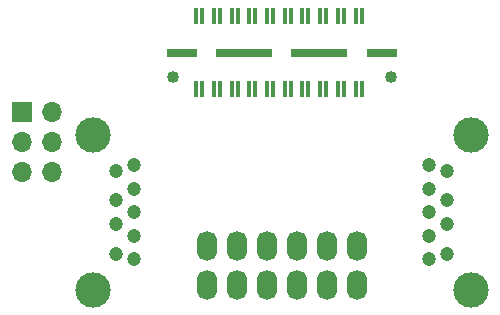
<source format=gbr>
%TF.GenerationSoftware,KiCad,Pcbnew,5.1.7-a382d34a8~88~ubuntu20.04.1*%
%TF.CreationDate,2020-12-12T08:47:46-08:00*%
%TF.ProjectId,syzygy-serdes-breakout,73797a79-6779-42d7-9365-726465732d62,rev?*%
%TF.SameCoordinates,Original*%
%TF.FileFunction,Soldermask,Bot*%
%TF.FilePolarity,Negative*%
%FSLAX46Y46*%
G04 Gerber Fmt 4.6, Leading zero omitted, Abs format (unit mm)*
G04 Created by KiCad (PCBNEW 5.1.7-a382d34a8~88~ubuntu20.04.1) date 2020-12-12 08:47:46*
%MOMM*%
%LPD*%
G01*
G04 APERTURE LIST*
%ADD10O,1.700000X1.700000*%
%ADD11R,1.700000X1.700000*%
%ADD12C,3.000000*%
%ADD13C,1.200000*%
%ADD14O,1.700000X2.540000*%
%ADD15C,1.020000*%
%ADD16R,0.300000X1.450000*%
%ADD17R,4.700000X0.640000*%
%ADD18R,2.540000X0.640000*%
G04 APERTURE END LIST*
D10*
%TO.C,J5*%
X80540000Y-110080000D03*
X78000000Y-110080000D03*
X80540000Y-107540000D03*
X78000000Y-107540000D03*
X80540000Y-105000000D03*
D11*
X78000000Y-105000000D03*
%TD*%
D12*
%TO.C,J4*%
X84000000Y-120070000D03*
X84000000Y-106930000D03*
D13*
X87500000Y-109500000D03*
X87500000Y-111500000D03*
X87500000Y-113500000D03*
X87500000Y-115500000D03*
X87500000Y-117500000D03*
X86000000Y-117000000D03*
X86000000Y-114500000D03*
X86000000Y-112500000D03*
X86000000Y-110000000D03*
%TD*%
D14*
%TO.C,J3*%
X93650000Y-119670000D03*
X93650000Y-116330000D03*
X96190000Y-119670000D03*
X96190000Y-116330000D03*
X98730000Y-119670000D03*
X98730000Y-116330000D03*
X101270000Y-119670000D03*
X101270000Y-116330000D03*
X103810000Y-119670000D03*
X103810000Y-116330000D03*
X106350000Y-119670000D03*
X106350000Y-116330000D03*
%TD*%
D12*
%TO.C,J2*%
X116000000Y-106930000D03*
X116000000Y-120070000D03*
D13*
X112500000Y-117500000D03*
X112500000Y-115500000D03*
X112500000Y-113500000D03*
X112500000Y-111500000D03*
X112500000Y-109500000D03*
X114000000Y-110000000D03*
X114000000Y-112500000D03*
X114000000Y-114500000D03*
X114000000Y-117000000D03*
%TD*%
D15*
%TO.C,J1*%
X109240000Y-102030000D03*
X90760000Y-102030000D03*
D16*
X106750000Y-96910000D03*
X106750000Y-103090000D03*
X106250000Y-96910000D03*
X106250000Y-103090000D03*
X105250000Y-96910000D03*
X105250000Y-103090000D03*
X104750000Y-96910000D03*
X104750000Y-103090000D03*
X103750000Y-96910000D03*
X103750000Y-103090000D03*
X103250000Y-96910000D03*
X103250000Y-103090000D03*
X102250000Y-96910000D03*
X102250000Y-103090000D03*
X101750000Y-96910000D03*
X101750000Y-103090000D03*
X100750000Y-96910000D03*
X100750000Y-103090000D03*
X100250000Y-96910000D03*
X100250000Y-103090000D03*
X99250000Y-96910000D03*
X99250000Y-103090000D03*
X98750000Y-96910000D03*
X98750000Y-103090000D03*
X97750000Y-96910000D03*
X97750000Y-103090000D03*
X97250000Y-96910000D03*
X97250000Y-103090000D03*
X96250000Y-96910000D03*
X96250000Y-103090000D03*
X95750000Y-96910000D03*
X95750000Y-103090000D03*
X94750000Y-96910000D03*
X94750000Y-103090000D03*
X94250000Y-96910000D03*
X94250000Y-103090000D03*
X93250000Y-96910000D03*
X93250000Y-103090000D03*
X92750000Y-96910000D03*
X92750000Y-103090000D03*
D17*
X103175000Y-100000000D03*
X96825000Y-100000000D03*
D18*
X108445000Y-100000000D03*
X91555000Y-100000000D03*
%TD*%
M02*

</source>
